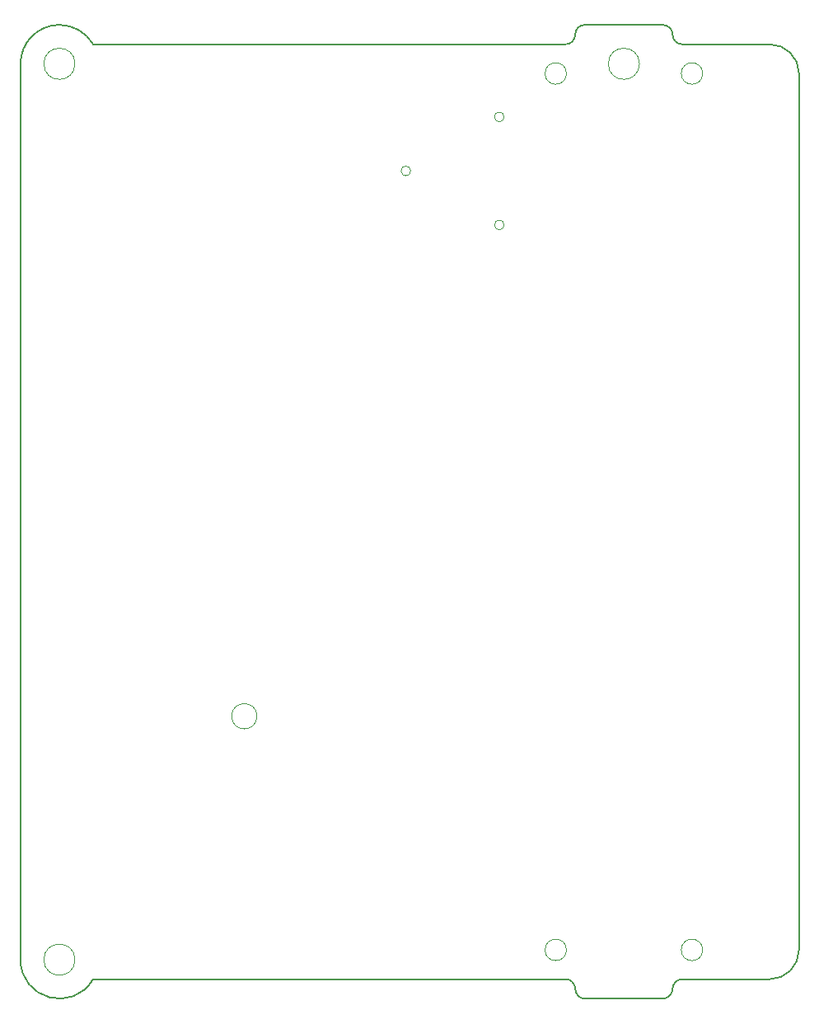
<source format=gbr>
%TF.GenerationSoftware,KiCad,Pcbnew,9.0.2*%
%TF.CreationDate,2025-06-12T16:19:25+03:00*%
%TF.ProjectId,PMCPU-LLP,504d4350-552d-44c4-9c50-2e6b69636164,rev?*%
%TF.SameCoordinates,Original*%
%TF.FileFunction,Profile,NP*%
%FSLAX46Y46*%
G04 Gerber Fmt 4.6, Leading zero omitted, Abs format (unit mm)*
G04 Created by KiCad (PCBNEW 9.0.2) date 2025-06-12 16:19:25*
%MOMM*%
%LPD*%
G01*
G04 APERTURE LIST*
%TA.AperFunction,Profile*%
%ADD10C,0.200000*%
%TD*%
%TA.AperFunction,Profile*%
%ADD11C,0.050000*%
%TD*%
G04 APERTURE END LIST*
D10*
X27000000Y-49000000D02*
G75*
G02*
X28000000Y-48000000I1000000J0D01*
G01*
X-32527027Y48000000D02*
X16000000Y48000000D01*
X37000000Y48000000D02*
X28000000Y48000000D01*
X-40000000Y46000000D02*
X-40000000Y-46000000D01*
X-36000000Y50000000D02*
G75*
G02*
X-32533686Y47996164I0J-4000000D01*
G01*
X26000000Y50000000D02*
X18000000Y50000000D01*
X17000000Y49000000D02*
G75*
G02*
X18000000Y50000000I1000000J0D01*
G01*
X18000000Y-50000000D02*
G75*
G02*
X17000000Y-49000000I0J1000000D01*
G01*
X16000000Y-48000000D02*
X-32535900Y-48000000D01*
X28000000Y-48000000D02*
X37000000Y-48000000D01*
X-32535899Y-48000000D02*
G75*
G02*
X-39999999Y-46000000I-3464101J2000000D01*
G01*
X26000000Y50000000D02*
G75*
G02*
X27000000Y49000000I0J-1000000D01*
G01*
X28000000Y48000000D02*
G75*
G02*
X27000000Y49000000I0J1000000D01*
G01*
X40000000Y-45000000D02*
G75*
G02*
X37000000Y-48000000I-3000000J0D01*
G01*
X18000000Y-50000000D02*
X26000000Y-50000000D01*
X40000000Y45000000D02*
X40000000Y-45000000D01*
X27000000Y-49000000D02*
G75*
G02*
X26000000Y-50000000I-1000000J0D01*
G01*
X17000000Y49000000D02*
G75*
G02*
X16000000Y48000000I-1000000J0D01*
G01*
X37000000Y48000000D02*
G75*
G02*
X40000000Y45000000I0J-3000000D01*
G01*
X-40000000Y46000000D02*
G75*
G02*
X-36000000Y50000000I4000000J0D01*
G01*
X16000000Y-48000000D02*
G75*
G02*
X17000000Y-49000000I0J-1000000D01*
G01*
D11*
%TO.C,J1*%
X100000Y35000000D02*
G75*
G02*
X-900000Y35000000I-500000J0D01*
G01*
X-900000Y35000000D02*
G75*
G02*
X100000Y35000000I500000J0D01*
G01*
X9700000Y40550000D02*
G75*
G02*
X8700000Y40550000I-500000J0D01*
G01*
X8700000Y40550000D02*
G75*
G02*
X9700000Y40550000I500000J0D01*
G01*
X9700000Y29450000D02*
G75*
G02*
X8700000Y29450000I-500000J0D01*
G01*
X8700000Y29450000D02*
G75*
G02*
X9700000Y29450000I500000J0D01*
G01*
%TO.C,H3*%
X23600000Y46000000D02*
G75*
G02*
X20400000Y46000000I-1600000J0D01*
G01*
X20400000Y46000000D02*
G75*
G02*
X23600000Y46000000I1600000J0D01*
G01*
%TO.C,SP1*%
X16100000Y45000000D02*
G75*
G02*
X13900000Y45000000I-1100000J0D01*
G01*
X13900000Y45000000D02*
G75*
G02*
X16100000Y45000000I1100000J0D01*
G01*
X16100000Y-45000000D02*
G75*
G02*
X13900000Y-45000000I-1100000J0D01*
G01*
X13900000Y-45000000D02*
G75*
G02*
X16100000Y-45000000I1100000J0D01*
G01*
X30100000Y45000000D02*
G75*
G02*
X27900000Y45000000I-1100000J0D01*
G01*
X27900000Y45000000D02*
G75*
G02*
X30100000Y45000000I1100000J0D01*
G01*
X30100000Y-45000000D02*
G75*
G02*
X27900000Y-45000000I-1100000J0D01*
G01*
X27900000Y-45000000D02*
G75*
G02*
X30100000Y-45000000I1100000J0D01*
G01*
%TO.C,H2*%
X-34400000Y46000000D02*
G75*
G02*
X-37600000Y46000000I-1600000J0D01*
G01*
X-37600000Y46000000D02*
G75*
G02*
X-34400000Y46000000I1600000J0D01*
G01*
%TO.C,H1*%
X-34400000Y-46000000D02*
G75*
G02*
X-37600000Y-46000000I-1600000J0D01*
G01*
X-37600000Y-46000000D02*
G75*
G02*
X-34400000Y-46000000I1600000J0D01*
G01*
%TO.C,U1*%
X-15700000Y-21000000D02*
G75*
G02*
X-18300000Y-21000000I-1300000J0D01*
G01*
X-18300000Y-21000000D02*
G75*
G02*
X-15700000Y-21000000I1300000J0D01*
G01*
%TD*%
M02*

</source>
